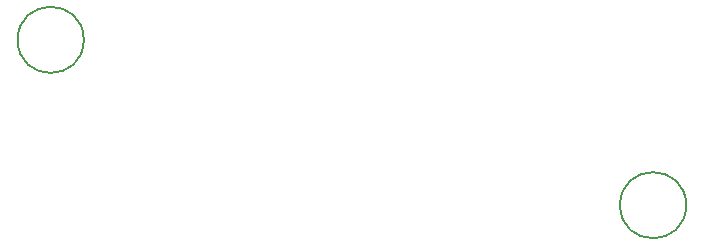
<source format=gbr>
%TF.GenerationSoftware,KiCad,Pcbnew,5.1.6-c6e7f7d~87~ubuntu20.04.1*%
%TF.CreationDate,2020-07-21T15:48:12+01:00*%
%TF.ProjectId,pmt_combiner,706d745f-636f-46d6-9269-6e65722e6b69,rev?*%
%TF.SameCoordinates,Original*%
%TF.FileFunction,Other,Comment*%
%FSLAX46Y46*%
G04 Gerber Fmt 4.6, Leading zero omitted, Abs format (unit mm)*
G04 Created by KiCad (PCBNEW 5.1.6-c6e7f7d~87~ubuntu20.04.1) date 2020-07-21 15:48:12*
%MOMM*%
%LPD*%
G01*
G04 APERTURE LIST*
%ADD10C,0.150000*%
G04 APERTURE END LIST*
D10*
%TO.C,REF\u002A\u002A*%
X141300000Y-40500000D02*
G75*
G03*
X141300000Y-40500000I-2800000J0D01*
G01*
X192300000Y-54500000D02*
G75*
G03*
X192300000Y-54500000I-2800000J0D01*
G01*
%TD*%
M02*

</source>
